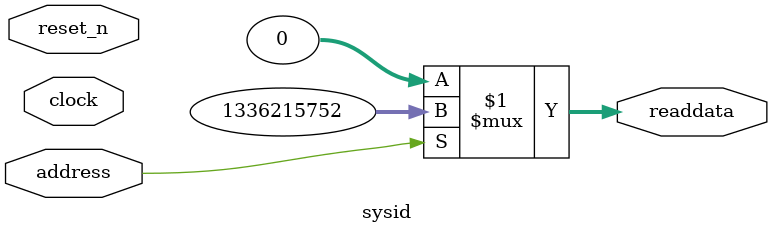
<source format=v>

`timescale 1ns / 1ps
// synthesis translate_on

// turn off superfluous verilog processor warnings 
// altera message_level Level1 
// altera message_off 10034 10035 10036 10037 10230 10240 10030 

module sysid (
               // inputs:
                address,
                clock,
                reset_n,

               // outputs:
                readdata
             )
;

  output  [ 31: 0] readdata;
  input            address;
  input            clock;
  input            reset_n;

  wire    [ 31: 0] readdata;
  //control_slave, which is an e_avalon_slave
  assign readdata = address ? 1336215752 : 0;

endmodule


</source>
